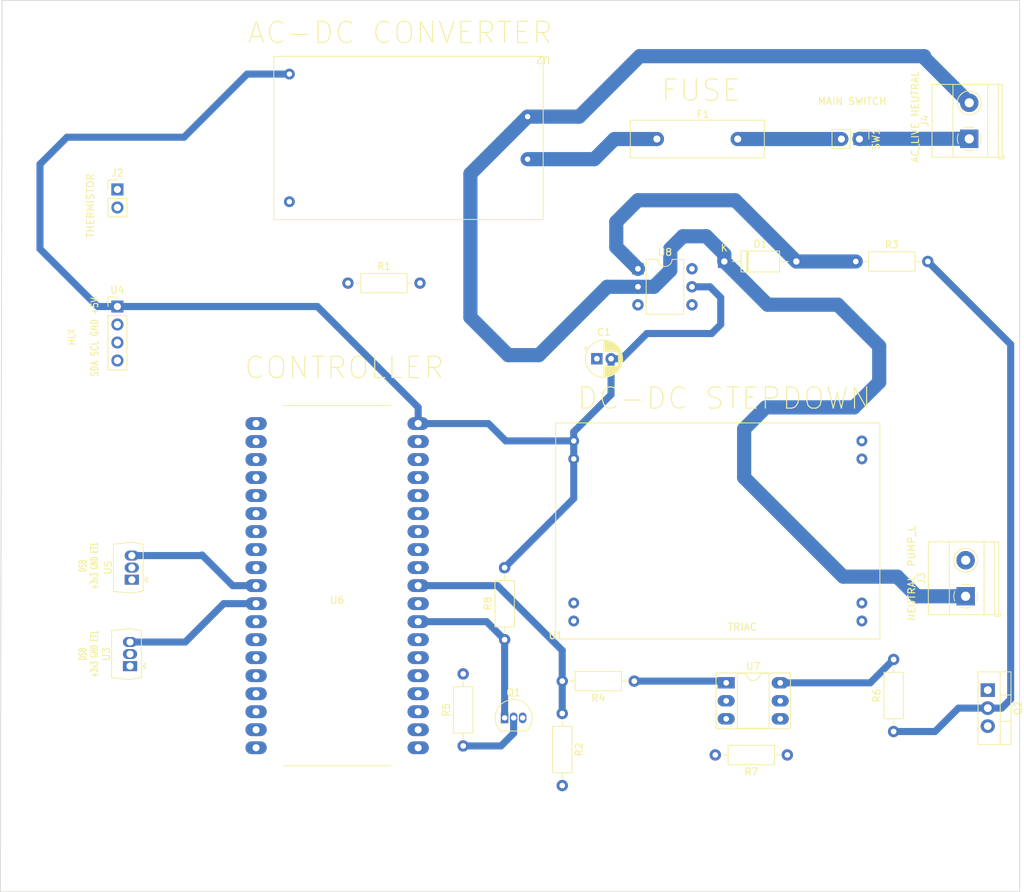
<source format=kicad_pcb>
(kicad_pcb (version 20211014) (generator pcbnew)
  (layers (0 "F.Cu" signal) (31 "B.Cu" signal) (34 "B.Paste" user) (35 "F.Paste" user) (36 "B.SilkS" user "B.Silkscreen") (37 "F.SilkS" user "F.Silkscreen") (38 "B.Mask" user) (39 "F.Mask" user) (44 "Edge.Cuts" user))
  (net 0 "")
  (net 1 "GND")
  (net 2 "+5V")
  (net 3 "NEUTRAL")
  (net 4 "Net-(D1-Pad2)")
  (net 5 "FUSEDACLIVE")
  (net 6 "Net-(F1-Pad2)")
  (net 7 "THERM")
  (net 8 "Net-(J3-Pad2)")
  (net 9 "ZERO")
  (net 10 "Net-(Q1-Pad2)")
  (net 11 "LIVE")
  (net 12 "Net-(Q2-Pad3)")
  (net 13 "+3V3")
  (net 14 "PUMP")
  (net 15 "Net-(R4-Pad1)")
  (net 16 "Net-(R6-Pad2)")
  (net 17 "ACLIVE")
  (net 18 "ET1")
  (net 19 "SCL")
  (net 20 "SDA")
  (net 21 "ET2")
  (footprint "UserLibrary:ESP32-S" (layer "F.Cu") (at 119.634 108.204)
    (fp_text reference "U6" (at 0 2.04 unlocked) (layer "F.SilkS"))
    (fp_text value "ESP32-S")
    (fp_line (start -7.62 25.4) (end 7.62 25.4) (layer "F.SilkS") (width 0.12))
    (fp_line (start -7.62 -25.4) (end 7.62 -25.4) (layer "F.SilkS") (width 0.12))
    (pad "1" thru_hole oval (at -11.43 -22.86) (size 3 1.8) (drill 1) (layers *.Cu *.Mask))
    (pad "2" thru_hole oval (at -11.43 -20.32) (size 3 1.8) (drill 1) (layers *.Cu *.Mask))
    (pad "3" thru_hole oval (at -11.43 -17.78) (size 3 1.8) (drill 1) (layers *.Cu *.Mask))
    (pad "4" thru_hole oval (at -11.43 -15.24) (size 3 1.8) (drill 1) (layers *.Cu *.Mask))
    (pad "5" thru_hole oval (at -11.43 -12.7) (size 3 1.8) (drill 1) (layers *.Cu *.Mask))
    (pad "6" thru_hole oval (at -11.43 -10.16) (size 3 1.8) (drill 1) (layers *.Cu *.Mask))
    (pad "7" thru_hole oval (at -11.43 -7.62) (size 3 1.8) (drill 1) (layers *.Cu *.Mask))
    (pad "8" thru_hole oval (at -11.43 -5.08) (size 3 1.8) (drill 1) (layers *.Cu *.Mask))
    (pad "9" thru_hole oval (at -11.43 -2.54) (size 3 1.8) (drill 1) (layers *.Cu *.Mask))
    (pad "10" thru_hole oval (at -11.43 0) (size 3 1.8) (drill 1) (layers *.Cu *.Mask) (net 21 "ET2"))
    (pad "11" thru_hole oval (at -11.43 2.54) (size 3 1.8) (drill 1) (layers *.Cu *.Mask) (net 18 "ET1"))
    (pad "12" thru_hole oval (at -11.43 5.08) (size 3 1.8) (drill 1) (layers *.Cu *.Mask))
    (pad "13" thru_hole oval (at -11.43 7.62) (size 3 1.8) (drill 1) (layers *.Cu *.Mask))
    (pad "14" thru_hole oval (at -11.43 10.16) (size 3 1.8) (drill 1) (layers *.Cu *.Mask))
    (pad "15" thru_hole oval (at -11.43 12.7) (size 3 1.8) (drill 1) (layers *.Cu *.Mask))
    (pad "16" thru_hole oval (at -11.43 15.24) (size 3 1.8) (drill 1) (layers *.Cu *.Mask))
    (pad "17" thru_hole oval (at -11.43 17.78) (size 3 1.8) (drill 1) (layers *.Cu *.Mask))
    (pad "18" thru_hole oval (at -11.43 20.32) (size 3 1.8) (drill 1) (layers *.Cu *.Mask))
    (pad "19" thru_hole oval (at -11.43 22.86) (size 3 1.8) (drill 1) (layers *.Cu *.Mask) (net 1 "GND"))
    (pad "20" thru_hole oval (at 11.43 22.86) (size 3 1.8) (drill 1) (layers *.Cu *.Mask))
    (pad "21" thru_hole oval (at 11.43 20.32) (size 3 1.8) (drill 1) (layers *.Cu *.Mask))
    (pad "22" thru_hole oval (at 11.43 17.78) (size 3 1.8) (drill 1) (layers *.Cu *.Mask))
    (pad "23" thru_hole oval (at 11.43 15.24) (size 3 1.8) (drill 1) (layers *.Cu *.Mask))
    (pad "24" thru_hole oval (at 11.43 12.7) (size 3 1.8) (drill 1) (layers *.Cu *.Mask))
    (pad "25" thru_hole oval (at 11.43 10.16) (size 3 1.8) (drill 1) (layers *.Cu *.Mask))
    (pad "26" thru_hole oval (at 11.43 7.62) (size 3 1.8) (drill 1) (layers *.Cu *.Mask))
    (pad "27" thru_hole oval (at 11.43 5.08) (size 3 1.8) (drill 1) (layers *.Cu *.Mask) (net 9 "ZERO"))
    (pad "28" thru_hole oval (at 11.43 2.54) (size 3 1.8) (drill 1) (layers *.Cu *.Mask))
    (pad "29" thru_hole oval (at 11.43 0) (size 3 1.8) (drill 1) (layers *.Cu *.Mask) (net 14 "PUMP"))
    (pad "30" thru_hole oval (at 11.43 -2.54) (size 3 1.8) (drill 1) (layers *.Cu *.Mask))
    (pad "31" thru_hole oval (at 11.43 -5.08) (size 3 1.8) (drill 1) (layers *.Cu *.Mask))
    (pad "32" thru_hole oval (at 11.43 -7.62) (size 3 1.8) (drill 1) (layers *.Cu *.Mask))
    (pad "33" thru_hole oval (at 11.43 -10.16) (size 3 1.8) (drill 1) (layers *.Cu *.Mask))
    (pad "34" thru_hole oval (at 11.43 -12.7) (size 3 1.8) (drill 1) (layers *.Cu *.Mask) (net 7 "THERM"))
    (pad "35" thru_hole oval (at 11.43 -15.24) (size 3 1.8) (drill 1) (layers *.Cu *.Mask))
    (pad "36" thru_hole oval (at 11.43 -17.78) (size 3 1.8) (drill 1) (layers *.Cu *.Mask))
    (pad "37" thru_hole oval (at 11.43 -20.32) (size 3 1.8) (drill 1) (layers *.Cu *.Mask))
    (pad "38" thru_hole oval (at 11.43 -22.86) (size 3 1.8) (drill 1) (layers *.Cu *.Mask) (net 2 "+5V"))
  )
  (footprint "Resistor_THT:R_Axial_DIN0207_L6.3mm_D2.5mm_P10.16mm_Horizontal" (layer "F.Cu") (at 137.414 130.81 90)
    (fp_text reference "R5" (at 5.08 -2.37 90) (layer "F.SilkS"))
    (fp_text value "330")
    (fp_line (start 8.35 1.37) (end 8.35 -1.37) (layer "F.SilkS") (width 0.12))
    (fp_line (start 1.81 -1.37) (end 1.81 1.37) (layer "F.SilkS") (width 0.12))
    (fp_line (start 8.35 -1.37) (end 1.81 -1.37) (layer "F.SilkS") (width 0.12))
    (fp_line (start 1.04 0) (end 1.81 0) (layer "F.SilkS") (width 0.12))
    (fp_line (start 1.81 1.37) (end 8.35 1.37) (layer "F.SilkS") (width 0.12))
    (fp_line (start 9.12 0) (end 8.35 0) (layer "F.SilkS") (width 0.12))
    (pad "1" thru_hole circle (at 0 0 90) (size 1.6 1.6) (drill 0.8) (layers *.Cu *.Mask) (net 10 "Net-(Q1-Pad2)"))
    (pad "2" thru_hole oval (at 10.16 0 90) (size 1.6 1.6) (drill 0.8) (layers *.Cu *.Mask) (net 1 "GND"))
  )
  (footprint "Package_TO_SOT_THT:TO-220-3_Vertical" (layer "F.Cu") (at 211.399 122.936 -90)
    (fp_text reference "Q2" (at 2.54 -4.27 90) (layer "F.SilkS"))
    (fp_text value "BT136-500")
    (fp_line (start -2.58 -3.27) (end -2.58 1.371) (layer "F.SilkS") (width 0.12))
    (fp_line (start -2.58 -3.27) (end 7.66 -3.27) (layer "F.SilkS") (width 0.12))
    (fp_line (start 4.391 -3.27) (end 4.391 -1.76) (layer "F.SilkS") (width 0.12))
    (fp_line (start 0.69 -3.27) (end 0.69 -1.76) (layer "F.SilkS") (width 0.12))
    (fp_line (start 7.66 -3.27) (end 7.66 1.371) (layer "F.SilkS") (width 0.12))
    (fp_line (start -2.58 -1.76) (end 7.66 -1.76) (layer "F.SilkS") (width 0.12))
    (fp_line (start -2.58 1.371) (end 7.66 1.371) (layer "F.SilkS") (width 0.12))
    (pad "1" thru_hole rect (at 0 0 270) (size 1.905 2) (drill 1.1) (layers *.Cu *.Mask) (net 8 "Net-(J3-Pad2)"))
    (pad "2" thru_hole oval (at 2.54 0 270) (size 1.905 2) (drill 1.1) (layers *.Cu *.Mask) (net 11 "LIVE"))
    (pad "3" thru_hole oval (at 5.08 0 270) (size 1.905 2) (drill 1.1) (layers *.Cu *.Mask) (net 12 "Net-(Q2-Pad3)"))
  )
  (footprint "Package_TO_SOT_THT:TO-92_Inline" (layer "F.Cu") (at 143.256 126.852)
    (fp_text reference "Q1" (at 1.27 -3.56) (layer "F.SilkS"))
    (fp_text value "BC547")
    (fp_line (start -0.53 1.85) (end 3.07 1.85) (layer "F.SilkS") (width 0.12))
    (fp_arc (start -0.568478 1.838478) (mid -1.132087 -0.994977) (end 1.27 -2.6) (layer "F.SilkS") (width 0.12))
    (fp_arc (start 1.27 -2.6) (mid 3.672087 -0.994977) (end 3.108478 1.838478) (layer "F.SilkS") (width 0.12))
    (pad "1" thru_hole rect (at 0 0) (size 1.05 1.5) (drill 0.75) (layers *.Cu *.Mask) (net 9 "ZERO"))
    (pad "2" thru_hole oval (at 1.27 0) (size 1.05 1.5) (drill 0.75) (layers *.Cu *.Mask) (net 10 "Net-(Q1-Pad2)"))
    (pad "3" thru_hole oval (at 2.54 0) (size 1.05 1.5) (drill 0.75) (layers *.Cu *.Mask) (net 1 "GND"))
  )
  (footprint "TerminalBlock_Phoenix:TerminalBlock_Phoenix_MKDS-1,5-2-5.08_1x02_P5.08mm_Horizontal" (layer "F.Cu") (at 208.788 45.183 90)
    (fp_text reference "J4" (at 2.54 -6.26 90) (layer "F.SilkS"))
    (fp_text value "~")
    (fp_line (start 4.046 1.239) (end 4.011 1.274) (layer "F.SilkS") (width 0.12))
    (fp_line (start -2.84 4.16) (end -2.84 4.9) (layer "F.SilkS") (width 0.12))
    (fp_line (start 7.68 -5.261) (end 7.68 4.66) (layer "F.SilkS") (width 0.12))
    (fp_line (start -2.6 4.66) (end 7.68 4.66) (layer "F.SilkS") (width 0.12))
    (fp_line (start -2.6 -5.261) (end 7.68 -5.261) (layer "F.SilkS") (width 0.12))
    (fp_line (start -2.6 2.6) (end 7.68 2.6) (layer "F.SilkS") (width 0.12))
    (fp_line (start -2.6 4.1) (end 7.68 4.1) (layer "F.SilkS") (width 0.12))
    (fp_line (start 6.15 -1.275) (end 6.115 -1.239) (layer "F.SilkS") (width 0.12))
    (fp_line (start -2.6 -5.261) (end -2.6 4.66) (layer "F.SilkS") (width 0.12))
    (fp_line (start -2.84 4.9) (end -2.34 4.9) (layer "F.SilkS") (width 0.12))
    (fp_line (start 6.355 -1.069) (end 6.308 -1.023) (layer "F.SilkS") (width 0.12))
    (fp_line (start -2.6 -2.301) (end 7.68 -2.301) (layer "F.SilkS") (width 0.12))
    (fp_line (start 3.853 1.023) (end 3.806 1.069) (layer "F.SilkS") (width 0.12))
    (fp_arc (start -0.683042 -1.535427) (mid 0.000524 -1.680501) (end 0.684 -1.535) (layer "F.SilkS") (width 0.12))
    (fp_arc (start -1.535427 0.683042) (mid -1.680501 -0.000524) (end -1.535 -0.684) (layer "F.SilkS") (width 0.12))
    (fp_arc (start 1.535427 -0.683042) (mid 1.680501 0.000524) (end 1.535 0.684) (layer "F.SilkS") (width 0.12))
    (fp_arc (start 0.028805 1.680253) (mid -0.335551 1.646659) (end -0.684 1.535) (layer "F.SilkS") (width 0.12))
    (fp_arc (start 0.683318 1.534756) (mid 0.349292 1.643288) (end 0 1.68) (layer "F.SilkS") (width 0.12))
    (fp_circle (center 5.08 0) (end 6.76 0) (layer "F.SilkS") (width 0.12) (fill none))
    (pad "1" thru_hole rect (at 0 0 90) (size 2.6 2.6) (drill 1.3) (layers *.Cu *.Mask) (net 17 "ACLIVE"))
    (pad "2" thru_hole circle (at 5.08 0 90) (size 2.6 2.6) (drill 1.3) (layers *.Cu *.Mask) (net 3 "NEUTRAL"))
  )
  (footprint "UserLibrary:MP1854" (layer "F.Cu") (at 150.463 115.729)
    (fp_text reference "U1" (at 0 -0.5 unlocked) (layer "F.SilkS"))
    (fp_text value "~")
    (fp_rect (start 0 0) (end 45.72 -30.48) (layer "F.SilkS") (width 0.12) (fill none))
    (pad "1" thru_hole circle (at 2.54 -27.94) (size 1.524 1.524) (drill 0.762) (layers *.Cu *.Mask) (net 2 "+5V"))
    (pad "2" thru_hole circle (at 2.54 -25.4) (size 1.524 1.524) (drill 0.762) (layers *.Cu *.Mask) (net 2 "+5V"))
    (pad "3" thru_hole circle (at 2.54 -5.08) (size 1.524 1.524) (drill 0.762) (layers *.Cu *.Mask) (net 1 "GND"))
    (pad "4" thru_hole circle (at 2.54 -2.54) (size 1.524 1.524) (drill 0.762) (layers *.Cu *.Mask) (net 1 "GND"))
    (pad "5" thru_hole circle (at 43.18 -2.54) (size 1.524 1.524) (drill 0.762) (layers *.Cu *.Mask) (net 1 "GND"))
    (pad "6" thru_hole circle (at 43.18 -5.08) (size 1.524 1.524) (drill 0.762) (layers *.Cu *.Mask) (net 1 "GND"))
    (pad "7" thru_hole circle (at 43.18 -25.4) (size 1.524 1.524) (drill 0.762) (layers *.Cu *.Mask) (net 13 "+3V3"))
    (pad "8" thru_hole circle (at 43.18 -27.94) (size 1.524 1.524) (drill 0.762) (layers *.Cu *.Mask) (net 13 "+3V3"))
  )
  (footprint "Resistor_THT:R_Axial_DIN0207_L6.3mm_D2.5mm_P10.16mm_Horizontal" (layer "F.Cu") (at 151.384 126.238 -90)
    (fp_text reference "R2" (at 5.08 -2.37 90) (layer "F.SilkS"))
    (fp_text value "330")
    (fp_line (start 1.81 1.37) (end 8.35 1.37) (layer "F.SilkS") (width 0.12))
    (fp_line (start 1.04 0) (end 1.81 0) (layer "F.SilkS") (width 0.12))
    (fp_line (start 8.35 1.37) (end 8.35 -1.37) (layer "F.SilkS") (width 0.12))
    (fp_line (start 9.12 0) (end 8.35 0) (layer "F.SilkS") (width 0.12))
    (fp_line (start 8.35 -1.37) (end 1.81 -1.37) (layer "F.SilkS") (width 0.12))
    (fp_line (start 1.81 -1.37) (end 1.81 1.37) (layer "F.SilkS") (width 0.12))
    (pad "1" thru_hole circle (at 0 0 270) (size 1.6 1.6) (drill 0.8) (layers *.Cu *.Mask) (net 14 "PUMP"))
    (pad "2" thru_hole oval (at 10.16 0 270) (size 1.6 1.6) (drill 0.8) (layers *.Cu *.Mask) (net 1 "GND"))
  )
  (footprint "Package_TO_SOT_THT:NEC_Molded_7x4x9mm" (layer "F.Cu") (at 90.424 119.556 90)
    (fp_text reference "U3" (at 1.7 -3.35 90) (layer "F.SilkS"))
    (fp_text value "DSB1820")
    (fp_line (start -0.381 2.159) (end 0.381 2.159) (layer "F.SilkS") (width 0.12))
    (fp_line (start 5.3 0) (end 5 -2.6) (layer "F.SilkS") (width 0.12))
    (fp_line (start -1.9 0) (end -1.6 1.6) (layer "F.SilkS") (width 0.12))
    (fp_line (start -1.6 1.6) (end 5 1.6) (layer "F.SilkS") (width 0.12))
    (fp_line (start 0 1.778) (end -0.381 2.159) (layer "F.SilkS") (width 0.12))
    (fp_line (start 5 1.6) (end 5.3 0) (layer "F.SilkS") (width 0.12))
    (fp_line (start 5 -2.6) (end -1.65 -2.6) (layer "F.SilkS") (width 0.12))
    (fp_line (start -1.65 -2.6) (end -1.9 0) (layer "F.SilkS") (width 0.12))
    (fp_line (start 0.381 2.159) (end 0 1.778) (layer "F.SilkS") (width 0.12))
    (pad "1" thru_hole rect (at 0 0 270) (size 1.4 2) (drill 1) (layers *.Cu *.Mask) (net 13 "+3V3"))
    (pad "2" thru_hole oval (at 1.7 0 270) (size 1.4 2) (drill 1) (layers *.Cu *.Mask) (net 1 "GND"))
    (pad "3" thru_hole oval (at 3.4 0 270) (size 1.4 2) (drill 1) (layers *.Cu *.Mask) (net 18 "ET1"))
  )
  (footprint "Package_DIP:DIP-6_W7.62mm_Socket_LongPads" (layer "F.Cu") (at 174.508 121.91)
    (fp_text reference "U7" (at 3.81 -2.33) (layer "F.SilkS"))
    (fp_text value "MOC3021M")
    (fp_line (start 9.06 -1.39) (end -1.44 -1.39) (layer "F.SilkS") (width 0.12))
    (fp_line (start 1.56 6.41) (end 6.06 6.41) (layer "F.SilkS") (width 0.12))
    (fp_line (start -1.44 -1.39) (end -1.44 6.47) (layer "F.SilkS") (width 0.12))
    (fp_line (start -1.44 6.47) (end 9.06 6.47) (layer "F.SilkS") (width 0.12))
    (fp_line (start 2.81 -1.33) (end 1.56 -1.33) (layer "F.SilkS") (width 0.12))
    (fp_line (start 1.56 -1.33) (end 1.56 6.41) (layer "F.SilkS") (width 0.12))
    (fp_line (start 6.06 -1.33) (end 4.81 -1.33) (layer "F.SilkS") (width 0.12))
    (fp_line (start 6.06 6.41) (end 6.06 -1.33) (layer "F.SilkS") (width 0.12))
    (fp_line (start 9.06 6.47) (end 9.06 -1.39) (layer "F.SilkS") (width 0.12))
    (fp_arc (start 4.81 -1.33) (mid 3.81 -0.33) (end 2.81 -1.33) (layer "F.SilkS") (width 0.12))
    (pad "1" thru_hole rect (at 0 0) (size 2.4 1.6) (drill 0.8) (layers *.Cu *.Mask) (net 15 "Net-(R4-Pad1)"))
    (pad "2" thru_hole oval (at 0 2.54) (size 2.4 1.6) (drill 0.8) (layers *.Cu *.Mask) (net 1 "GND"))
    (pad "3" thru_hole oval (at 0 5.08) (size 2.4 1.6) (drill 0.8) (layers *.Cu *.Mask))
    (pad "4" thru_hole oval (at 7.62 5.08) (size 2.4 1.6) (drill 0.8) (layers *.Cu *.Mask) (net 12 "Net-(Q2-Pad3)"))
    (pad "5" thru_hole oval (at 7.62 2.54) (size 2.4 1.6) (drill 0.8) (layers *.Cu *.Mask))
    (pad "6" thru_hole oval (at 7.62 0) (size 2.4 1.6) (drill 0.8) (layers *.Cu *.Mask) (net 16 "Net-(R6-Pad2)"))
  )
  (footprint "Resistor_THT:R_Axial_DIN0207_L6.3mm_D2.5mm_P10.16mm_Horizontal" (layer "F.Cu") (at 161.544 121.666 180)
    (fp_text reference "R4" (at 5.08 -2.37) (layer "F.SilkS"))
    (fp_text value "330")
    (fp_line (start 1.81 1.37) (end 8.35 1.37) (layer "F.SilkS") (width 0.12))
    (fp_line (start 9.12 0) (end 8.35 0) (layer "F.SilkS") (width 0.12))
    (fp_line (start 8.35 -1.37) (end 1.81 -1.37) (layer "F.SilkS") (width 0.12))
    (fp_line (start 8.35 1.37) (end 8.35 -1.37) (layer "F.SilkS") (width 0.12))
    (fp_line (start 1.81 -1.37) (end 1.81 1.37) (layer "F.SilkS") (width 0.12))
    (fp_line (start 1.04 0) (end 1.81 0) (layer "F.SilkS") (width 0.12))
    (pad "1" thru_hole circle (at 0 0 180) (size 1.6 1.6) (drill 0.8) (layers *.Cu *.Mask) (net 15 "Net-(R4-Pad1)"))
    (pad "2" thru_hole oval (at 10.16 0 180) (size 1.6 1.6) (drill 0.8) (layers *.Cu *.Mask) (net 14 "PUMP"))
  )
  (footprint "Package_TO_SOT_THT:NEC_Molded_7x4x9mm" (layer "F.Cu") (at 90.678 107.364 90)
    (fp_text reference "U5" (at 1.7 -3.35 90) (layer "F.SilkS"))
    (fp_text value "DSB18210")
    (fp_line (start 0.381 2.159) (end 0 1.778) (layer "F.SilkS") (width 0.12))
    (fp_line (start 5 1.6) (end 5.3 0) (layer "F.SilkS") (width 0.12))
    (fp_line (start -1.6 1.6) (end 5 1.6) (layer "F.SilkS") (width 0.12))
    (fp_line (start 5 -2.6) (end -1.65 -2.6) (layer "F.SilkS") (width 0.12))
    (fp_line (start 5.3 0) (end 5 -2.6) (layer "F.SilkS") (width 0.12))
    (fp_line (start -1.9 0) (end -1.6 1.6) (layer "F.SilkS") (width 0.12))
    (fp_line (start 0 1.778) (end -0.381 2.159) (layer "F.SilkS") (width 0.12))
    (fp_line (start -0.381 2.159) (end 0.381 2.159) (layer "F.SilkS") (width 0.12))
    (fp_line (start -1.65 -2.6) (end -1.9 0) (layer "F.SilkS") (width 0.12))
    (pad "1" thru_hole rect (at 0 0 270) (size 1.4 2) (drill 1) (layers *.Cu *.Mask) (net 13 "+3V3"))
    (pad "2" thru_hole oval (at 1.7 0 270) (size 1.4 2) (drill 1) (layers *.Cu *.Mask) (net 1 "GND"))
    (pad "3" thru_hole oval (at 3.4 0 270) (size 1.4 2) (drill 1) (layers *.Cu *.Mask) (net 21 "ET2"))
  )
  (footprint "Connector_PinHeader_2.54mm:PinHeader_1x04_P2.54mm_Vertical" (layer "F.Cu") (at 88.646 68.834)
    (fp_text reference "U4" (at 0 -2.33) (layer "F.SilkS"))
    (fp_text value "MLX90614-ESF")
    (fp_line (start -1.33 1.27) (end -1.33 8.95) (layer "F.SilkS") (width 0.12))
    (fp_line (start -1.33 0) (end -1.33 -1.33) (layer "F.SilkS") (width 0.12))
    (fp_line (start -1.33 1.27) (end 1.33 1.27) (layer "F.SilkS") (width 0.12))
    (fp_line (start -1.33 8.95) (end 1.33 8.95) (layer "F.SilkS") (width 0.12))
    (fp_line (start 1.33 1.27) (end 1.33 8.95) (layer "F.SilkS") (width 0.12))
    (fp_line (start -1.33 -1.33) (end 0 -1.33) (layer "F.SilkS") (width 0.12))
    (pad "1" thru_hole rect (at 0 0) (size 1.7 1.7) (drill 1) (layers *.Cu *.Mask) (net 2 "+5V"))
    (pad "2" thru_hole oval (at 0 2.54) (size 1.7 1.7) (drill 1) (layers *.Cu *.Mask) (net 1 "GND"))
    (pad "3" thru_hole oval (at 0 5.08) (size 1.7 1.7) (drill 1) (layers *.Cu *.Mask) (net 19 "SCL"))
    (pad "4" thru_hole oval (at 0 7.62) (size 1.7 1.7) (drill 1) (layers *.Cu *.Mask) (net 20 "SDA"))
  )
  (footprint "Connector_PinHeader_2.54mm:PinHeader_1x02_P2.54mm_Vertical" (layer "F.Cu") (at 88.646 52.324)
    (fp_text reference "J2" (at 0 -2.33) (layer "F.SilkS"))
    (fp_text value "Conn_01x02_Female")
    (fp_line (start -1.33 0) (end -1.33 -1.33) (layer "F.SilkS") (width 0.12))
    (fp_line (start -1.33 -1.33) (end 0 -1.33) (layer "F.SilkS") (width 0.12))
    (fp_line (start -1.33 1.27) (end 1.33 1.27) (layer "F.SilkS") (width 0.12))
    (fp_line (start -1.33 3.87) (end 1.33 3.87) (layer "F.SilkS") (width 0.12))
    (fp_line (start 1.33 1.27) (end 1.33 3.87) (layer "F.SilkS") (width 0.12))
    (fp_line (start -1.33 1.27) (end -1.33 3.87) (layer "F.SilkS") (width 0.12))
    (pad "1" thru_hole rect (at 0 0) (size 1.7 1.7) (drill 1) (layers *.Cu *.Mask) (net 7 "THERM"))
    (pad "2" thru_hole oval (at 0 2.54) (size 1.7 1.7) (drill 1) (layers *.Cu *.Mask) (net 1 "GND"))
  )
  (footprint "Resistor_THT:R_Axial_DIN0207_L6.3mm_D2.5mm_P10.16mm_Horizontal" (layer "F.Cu") (at 192.786 62.484)
    (fp_text reference "R3" (at 5.08 -2.37) (layer "F.SilkS"))
    (fp_text value "330")
    (fp_line (start 9.12 0) (end 8.35 0) (layer "F.SilkS") (width 0.12))
    (fp_line (start 8.35 -1.37) (end 1.81 -1.37) (layer "F.SilkS") (width 0.12))
    (fp_line (start 1.81 1.37) (end 8.35 1.37) (layer "F.SilkS") (width 0.12))
    (fp_line (start 1.04 0) (end 1.81 0) (layer "F.SilkS") (width 0.12))
    (fp_line (start 8.35 1.37) (end 8.35 -1.37) (layer "F.SilkS") (width 0.12))
    (fp_line (start 1.81 -1.37) (end 1.81 1.37) (layer "F.SilkS") (width 0.12))
    (pad "1" thru_hole circle (at 0 0) (size 1.6 1.6) (drill 0.8) (layers *.Cu *.Mask) (net 4 "Net-(D1-Pad2)"))
    (pad "2" thru_hole oval (at 10.16 0) (size 1.6 1.6) (drill 0.8) (layers *.Cu *.Mask) (net 11 "LIVE"))
  )
  (footprint "Package_DIP:DIP-6_W7.62mm" (layer "F.Cu") (at 162.062 63.515)
    (fp_text reference "U8" (at 3.81 -2.33) (layer "F.SilkS"))
    (fp_text value "4N35")
    (fp_line (start 1.16 6.41) (end 6.46 6.41) (layer "F.SilkS") (width 0.12))
    (fp_line (start 6.46 -1.33) (end 4.81 -1.33) (layer "F.SilkS") (width 0.12))
    (fp_line (start 6.46 6.41) (end 6.46 -1.33) (layer "F.SilkS") (width 0.12))
    (fp_line (start 1.16 -1.33) (end 1.16 6.41) (layer "F.SilkS") (width 0.12))
    (fp_line (start 2.81 -1.33) (end 1.16 -1.33) (layer "F.SilkS") (width 0.12))
    (fp_arc (start 4.81 -1.33) (mid 3.81 -0.33) (end 2.81 -1.33) (layer "F.SilkS") (width 0.12))
    (pad "1" thru_hole rect (at 0 0) (size 1.6 1.6) (drill 0.8) (layers *.Cu *.Mask) (net 4 "Net-(D1-Pad2)"))
    (pad "2" thru_hole oval (at 0 2.54) (size 1.6 1.6) (drill 0.8) (layers *.Cu *.Mask) (net 3 "NEUTRAL"))
    (pad "3" thru_hole oval (at 0 5.08) (size 1.6 1.6) (drill 0.8) (layers *.Cu *.Mask))
    (pad "4" thru_hole oval (at 7.62 5.08) (size 1.6 1.6) (drill 0.8) (layers *.Cu *.Mask) (net 10 "Net-(Q1-Pad2)"))
    (pad "5" thru_hole oval (at 7.62 2.54) (size 1.6 1.6) (drill 0.8) (layers *.Cu *.Mask) (net 2 "+5V"))
    (pad "6" thru_hole oval (at 7.62 0) (size 1.6 1.6) (drill 0.8) (layers *.Cu *.Mask))
  )
  (footprint "Capacitor_THT:CP_Radial_D5.0mm_P2.00mm" (layer "F.Cu") (at 156.270888 76.2)
    (fp_text reference "C1" (at 1 -3.75) (layer "F.SilkS"))
    (fp_text value "C_Small")
    (fp_line (start 1.721 1.04) (end 1.721 2.48) (layer "F.SilkS") (width 0.12))
    (fp_line (start 2.361 1.04) (end 2.361 2.2) (layer "F.SilkS") (width 0.12))
    (fp_line (start 1.52 -2.528) (end 1.52 -1.04) (layer "F.SilkS") (width 0.12))
    (fp_line (start 2.601 1.04) (end 2.601 2.035) (layer "F.SilkS") (width 0.12))
    (fp_line (start 1.52 1.04) (end 1.52 2.528) (layer "F.SilkS") (width 0.12))
    (fp_line (start 1.56 1.04) (end 1.56 2.52) (layer "F.SilkS") (width 0.12))
    (fp_line (start 2.721 1.04) (end 2.721 1.937) (layer "F.SilkS") (width 0.12))
    (fp_line (start 3.161 -1.443) (end 3.161 1.443) (layer "F.SilkS") (width 0.12))
    (fp_line (start 1.56 -2.52) (end 1.56 -1.04) (layer "F.SilkS") (width 0.12))
    (fp_line (start 1.2 1.04) (end 1.2 2.573) (layer "F.SilkS") (width 0.12))
    (fp_line (start 1.36 1.04) (end 1.36 2.556) (layer "F.SilkS") (width 0.12))
    (fp_line (start 2.081 -2.348) (end 2.081 -1.04) (layer "F.SilkS") (width 0.12))
    (fp_line (start 3.241 -1.319) (end 3.241 1.319) (layer "F.SilkS") (width 0.12))
    (fp_line (start 1.32 -2.561) (end 1.32 -1.04) (layer "F.SilkS") (width 0.12))
    (fp_line (start 2.561 1.04) (end 2.561 2.065) (layer "F.SilkS") (width 0.12))
    (fp_line (start 1.4 1.04) (end 1.4 2.55) (layer "F.SilkS") (width 0.12))
    (fp_line (start 2.601 -2.035) (end 2.601 -1.04) (layer "F.SilkS") (width 0.12))
    (fp_line (start 2.481 1.04) (end 2.481 2.122) (layer "F.SilkS") (width 0.12))
    (fp_line (start 2.801 -1.864) (end 2.801 -1.04) (layer "F.SilkS") (width 0.12))
    (fp_line (start 2.321 1.04) (end 2.321 2.224) (layer "F.SilkS") (width 0.12))
    (fp_line (start 2.881 -1.785) (end 2.881 -1.04) (layer "F.SilkS") (width 0.12))
    (fp_line (start 2.841 1.04) (end 2.841 1.826) (layer "F.SilkS") (width 0.12))
    (fp_line (start 2.761 -1.901) (end 2.761 -1.04) (layer "F.SilkS") (width 0.12))
    (fp_line (start 2.361 -2.2) (end 2.361 -1.04) (layer "F.SilkS") (width 0.12))
    (fp_line (start 3.201 -1.383) (end 3.201 1.383) (layer "F.SilkS") (width 0.12))
    (fp_line (start 1.28 -2.565) (end 1.28 -1.04) (layer "F.SilkS") (width 0.12))
    (fp_line (start 1.921 1.04) (end 1.921 2.414) (layer "F.SilkS") (width 0.12))
    (fp_line (start -1.804775 -1.475) (end -1.304775 -1.475) (layer "F.SilkS") (width 0.12))
    (fp_line (start 2.201 -2.29) (end 2.201 -1.04) (layer "F.SilkS") (width 0.12))
    (fp_line (start 3.601 -0.284) (end 3.601 0.284) (layer "F.SilkS") (width 0.12))
    (fp_line (start 2.201 1.04) (end 2.201 2.29) (layer "F.SilkS") (width 0.12))
    (fp_line (start 3.001 -1.653) (end 3.001 -1.04) (layer "F.SilkS") (width 0.12))
    (fp_line (start 1.721 -2.48) (end 1.721 -1.04) (layer "F.SilkS") (width 0.12))
    (fp_line (start 1.12 1.04) (end 1.12 2.578) (layer "F.SilkS") (width 0.12))
    (fp_line (start 2.041 1.04) (end 2.041 2.365) (layer "F.SilkS") (width 0.12))
    (fp_line (start 1.6 1.04) (end 1.6 2.511) (layer "F.SilkS") (width 0.12))
    (fp_line (start 2.921 -1.743) (end 2.921 -1.04) (layer "F.SilkS") (width 0.12))
    (fp_line (start 3.441 -0.915) (end 3.441 0.915) (layer "F.SilkS") (width 0.12))
    (fp_line (start 1.48 1.04) (end 1.48 2.536) (layer "F.SilkS") (width 0.12))
    (fp_line (start 1.881 1.04) (end 1.881 2.428) (layer "F.SilkS") (width 0.12))
    (fp_line (start 1 -2.58) (end 1 -1.04) (layer "F.SilkS") (width 0.12))
    (fp_line (start 2.001 1.04) (end 2.001 2.382) (layer "F.SilkS") (width 0.12))
    (fp_line (start 3.281 -1.251) (end 3.281 1.251) (layer "F.SilkS") (width 0.12))
    (fp_line (start 3.401 -1.011) (end 3.401 1.011) (layer "F.SilkS") (width 0.12))
    (fp_line (start 2.441 -2.149) (end 2.441 -1.04) (layer "F.SilkS") (width 0.12))
    (fp_line (start 2.081 1.04) (end 2.081 2.348) (layer "F.SilkS") (width 0.12))
    (fp_line (start 2.441 1.04) (end 2.441 2.149) (layer "F.SilkS") (width 0.12))
    (fp_line (start 2.841 -1.826) (end 2.841 -1.04) (layer "F.SilkS") (width 0.12))
    (fp_line (start 2.161 1.04) (end 2.161 2.31) (layer "F.SilkS") (width 0.12))
    (fp_line (start 3.481 -0.805) (end 3.481 0.805) (layer "F.SilkS") (width 0.12))
    (fp_line (start 3.121 -1.5) (end 3.121 1.5) (layer "F.SilkS") (width 0.12))
    (fp_line (start 1.16 1.04) (end 1.16 2.576) (layer "F.SilkS") (width 0.12))
    (fp_line (start 3.081 -1.554) (end 3.081 1.554) (layer "F.SilkS") (width 0.12))
    (fp_line (start 1.841 -2.442) (end 1.841 -1.04) (layer "F.SilkS") (width 0.12))
    (fp_line (start 2.001 -2.382) (end 2.001 -1.04) (layer "F.SilkS") (width 0.12))
    (fp_line (start 1.24 -2.569) (end 1.24 -1.04) (layer "F.SilkS") (width 0.12))
    (fp_line (start 1.44 1.04) (end 1.44 2.543) (layer "F.SilkS") (width 0.12))
    (fp_line (start 1.44 -2.543) (end 1.44 -1.04) (layer "F.SilkS") (width 0.12))
    (fp_line (start 1.761 1.04) (end 1.761 2.468) (layer "F.SilkS") (width 0.12))
    (fp_line (start 2.241 1.04) (end 2.241 2.268) (layer "F.SilkS") (width 0.12))
    (fp_line (start 1.841 1.04) (end 1.841 2.442) (layer "F.SilkS") (width 0.12))
    (fp_line (start 1.08 -2.579) (end 1.08 -1.04) (layer "F.SilkS") (width 0.12))
    (fp_line (start 3.041 -1.605) (end 3.041 1.605) (layer "F.SilkS") (width 0.12))
    (fp_line (start 1.28 1.04) (end 1.28 2.565) (layer "F.SilkS") (width 0.12))
    (fp_line (start 1.6 -2.511) (end 1.6 -1.04) (layer "F.SilkS") (width 0.12))
    (fp_line (start 1.761 -2.468) (end 1.761 -1.04) (layer "F.SilkS") (width 0.12))
    (fp_line (start 2.521 1.04) (end 2.521 2.095) (layer "F.SilkS") (width 0.12))
    (fp_line (start 2.281 -2.247) (end 2.281 -1.04) (layer "F.SilkS") (width 0.12))
    (fp_line (start 3.321 -1.178) (end 3.321 1.178) (layer "F.SilkS") (width 0.12))
    (fp_line (start 2.801 1.04) (end 2.801 1.864) (layer "F.SilkS") (width 0.12))
    (fp_line (start 1.801 1.04) (end 1.801 2.455) (layer "F.SilkS") (width 0.12))
    (fp_line (start 1.801 -2.455) (end 1.801 -1.04) (layer "F.SilkS") (width 0.12))
    (fp_line (start 2.881 1.04) (end 2.881 1.785) (layer "F.SilkS") (width 0.12))
    (fp_line (start 1.68 1.04) (end 1.68 2.491) (layer "F.SilkS") (width 0.12))
    (fp_line (start 2.401 1.04) (end 2.401 2.175) (layer "F.SilkS") (width 0.12))
    (fp_line (start 1.32 1.04) (end 1.32 2.561) (layer "F.SilkS") (width 0.12))
    (fp_line (start 2.641 -2.004) (end 2.641 -1.04) (layer "F.SilkS") (width 0.12))
    (fp_line (start 1.04 1.04) (end 1.04 2.58) (layer "F.SilkS") (width 0.12))
    (fp_line (start 3.561 -0.518) (end 3.561 0.518) (layer "F.SilkS") (width 0.12))
    (fp_line (start 2.961 1.04) (end 2.961 1.699) (layer "F.SilkS") (width 0.12))
    (fp_line (start 1.64 -2.501) (end 1.64 -1.04) (layer "F.SilkS") (width 0.12))
    (fp_line (start 1.961 -2.398) (end 1.961 -1.04) (layer "F.SilkS") (width 0.12))
    (fp_line (start 1.16 -2.576) (end 1.16 -1.04) (layer "F.SilkS") (width 0.12))
    (fp_line (start 2.761 1.04) (end 2.761 1.901) (layer "F.SilkS") (width 0.12))
    (fp_line (start 2.281 1.04) (end 2.281 2.247) (layer "F.SilkS") (width 0.12))
    (fp_line (start 2.561 -2.065) (end 2.561 -1.04) (layer "F.SilkS") (width 0.12))
    (fp_line (start 2.681 -1.971) (end 2.681 -1.04) (layer "F.SilkS") (width 0.12))
    (fp_line (start 2.121 1.04) (end 2.121 2.329) (layer "F.SilkS") (width 0.12))
    (fp_line (start 1.36 -2.556) (end 1.36 -1.04) (layer "F.SilkS") (width 0.12))
    (fp_line (start 1.4 -2.55) (end 1.4 -1.04) (layer "F.SilkS") (width 0.12))
    (fp_line (start 2.641 1.04) (end 2.641 2.004) (layer "F.SilkS") (width 0.12))
    (fp_line (start 1.921 -2.414) (end 1.921 -1.04) (layer "F.SilkS") (width 0.12))
    (fp_line (start 2.681 1.04) (end 2.681 1.971) (layer "F.SilkS") (width 0.12))
    (fp_line (start 1.881 -2.428) (end 1.881 -1.04) (layer "F.SilkS") (width 0.12))
    (fp_line (start 1.04 -2.58) (end 1.04 -1.04) (layer "F.SilkS") (width 0.12))
    (fp_line (start 1.2 -2.573) (end 1.2 -1.04) (layer "F.SilkS") (width 0.12))
    (fp_line (start 1.961 1.04) (end 1.961 2.398) (layer "F.SilkS") (width 0.12))
    (fp_line (start 2.481 -2.122) (end 2.481 -1.04) (layer "F.SilkS") (width 0.12))
    (fp_line (start 1.12 -2.578) (end 1.12 -1.04) (layer "F.SilkS") (width 0.12))
    (fp_line (start 2.041 -2.365) (end 2.041 -1.04) (layer "F.SilkS") (width 0.12))
    (fp_line (start 2.721 -1.937) (end 2.721 -1.04) (layer "F.SilkS") (width 0.12))
    (fp_line (start 2.921 1.04) (end 2.921 1.743) (layer "F.SilkS") (width 0.12))
    (fp_line (start 2.961 -1.699) (end 2.961 -1.04) (layer "F.SilkS") (width 0.12))
    (fp_line (start 1.64 1.04) (end 1.64 2.501) (layer "F.SilkS") (width 0.12))
    (fp_line (start 2.121 -2.329) (end 2.121 -1.04) (layer "F.SilkS") (width 0.12))
    (fp_line (start 2.401 -2.175) (end 2.401 -1.04) (layer "F.SilkS") (width 0.12))
    (fp_line (start 1.48 -2.536) (end 1.48 -1.04) (layer "F.SilkS") (width 0.12))
    (fp_line (start -1.554775 -1.725) (end -1.554775 -1.225) (layer "F.SilkS") (width 0.12))
    (fp_line (start 1.08 1.04) (end 1.08 2.579) (layer "F.SilkS") (width 0.12))
    (fp_line (start 1.24 1.04) (end 1.24 2.569) (layer "F.SilkS") (width 0.12))
    (fp_line (start 3.361 -1.098) (end 3.361 1.098) (layer "F.SilkS") (width 0.12))
    (fp_line (start 2.241 -2.268) (end 2.241 -1.04) (layer "F.SilkS") (width 0.12))
    (fp_line (start 2.521 -2.095) (end 2.521 -1.04) (layer "F.SilkS") (width 0.12))
    (fp_line (start 1.68 -2.491) (end 1.68 -1.04) (layer "F.SilkS") (width 0.12))
    (fp_line (start 3.521 -0.677) (end 3.521 0.677) (layer "F.SilkS") (width 0.12))
    (fp_line (start 2.321 -2.224) (end 2.321 -1.04) (layer "F.SilkS") (width 0.12))
    (fp_line (start 3.001 1.04) (end 3.001 1.653) (layer "F.SilkS") (width 0.12))
    (fp_line (start 1 1.04) (end 1 2.58) (layer "F.SilkS") (width 0.12))
    (fp_line (start 2.161 -2.31) (end 2.161 -1.04) (layer "F.SilkS") (width 0.12))
    (fp_circle (center 1 0) (end 3.62 0) (layer "F.SilkS") (width 0.12) (fill none))
    (pad "1" thru_hole rect (at 0 0) (size 1.6 1.6) (drill 0.8) (layers *.Cu *.Mask) (net 1 "GND"))
    (pad "2" thru_hole circle (at 2 0) (size 1.6 1.6) (drill 0.8) (layers *.Cu *.Mask) (net 2 "+5V"))
  )
  (footprint "Diode_THT:D_A-405_P10.16mm_Horizontal" (layer "F.Cu") (at 174.244 62.484)
    (fp_text reference "D1" (at 5.08 -2.47) (layer "F.SilkS"))
    (fp_text value "1N4007")
    (fp_text user "K" (at 0 -1.9) (layer "F.SilkS"))
    (fp_line (start 7.8 -1.47) (end 2.36 -1.47) (layer "F.SilkS") (width 0.12))
    (fp_line (start 2.36 -1.47) (end 2.36 1.47) (layer "F.SilkS") (width 0.12))
    (fp_line (start 3.38 -1.47) (end 3.38 1.47) (layer "F.SilkS") (width 0.12))
    (fp_line (start 3.14 -1.47) (end 3.14 1.47) (layer "F.SilkS") (width 0.12))
    (fp_line (start 3.26 -1.47) (end 3.26 1.47) (layer "F.SilkS") (width 0.12))
    (fp_line (start 1.14 0) (end 2.36 0) (layer "F.SilkS") (width 0.12))
    (fp_line (start 7.8 1.47) (end 7.8 -1.47) (layer "F.SilkS") (width 0.12))
    (fp_line (start 2.36 1.47) (end 7.8 1.47) (layer "F.SilkS") (width 0.12))
    (fp_line (start 9.02 0) (end 7.8 0) (layer "F.SilkS") (width 0.12))
    (pad "1" thru_hole rect (at 0 0) (size 1.8 1.8) (drill 0.9) (layers *.Cu *.Mask) (net 3 "NEUTRAL"))
    (pad "2" thru_hole oval (at 10.16 0) (size 1.8 1.8) (drill 0.9) (layers *.Cu *.Mask) (net 4 "Net-(D1-Pad2)"))
  )
  (footprint "Resistor_THT:R_Axial_DIN0207_L6.3mm_D2.5mm_P10.16mm_Horizontal" (layer "F.Cu") (at 198.12 128.778 90)
    (fp_text reference "R6" (at 5.08 -2.37 90) (layer "F.SilkS"))
    (fp_text value "180")
    (fp_line (start 9.12 0) (end 8.35 0) (layer "F.SilkS") (width 0.12))
    (fp_line (start 1.81 1.37) (end 8.35 1.37) (layer "F.SilkS") (width 0.12))
    (fp_line (start 8.35 1.37) (end 8.35 -1.37) (layer "F.SilkS") (width 0.12))
    (fp_line (start 1.81 -1.37) (end 1.81 1.37) (layer "F.SilkS") (width 0.12))
    (fp_line (start 8.35 -1.37) (end 1.81 -1.37) (layer "F.SilkS") (width 0.12))
    (fp_line (start 1.04 0) (end 1.81 0) (layer "F.SilkS") (width 0.12))
    (pad "1" thru_hole circle (at 0 0 90) (size 1.6 1.6) (drill 0.8) (layers *.Cu *.Mask) (net 11 "LIVE"))
    (pad "2" thru_hole oval (at 10.16 0 90) (size 1.6 1.6) (drill 0.8) (layers *.Cu *.Mask) (net 16 "Net-(R6-Pad2)"))
  )
  (footprint "Resistor_THT:R_Axial_DIN0207_L6.3mm_D2.5mm_P10.16mm_Horizontal" (layer "F.Cu") (at 143.256 115.824 90)
    (fp_text reference "R8" (at 5.08 -2.37 90) (layer "F.SilkS"))
    (fp_text value "330")
    (fp_line (start 9.12 0) (end 8.35 0) (layer "F.SilkS") (width 0.12))
    (fp_line (start 8.35 1.37) (end 8.35 -1.37) (layer "F.SilkS") (width 0.12))
    (fp_line (start 1.81 1.37) (end 8.35 1.37) (layer "F.SilkS") (width 0.12))
    (fp_line (start 1.81 -1.37) (end 1.81 1.37) (layer "F.SilkS") (width 0.12))
    (fp_line (start 1.04 0) (end 1.81 0) (layer "F.SilkS") (width 0.12))
    (fp_line (start 8.35 -1.37) (end 1.81 -1.37) (layer "F.SilkS") (width 0.12))
    (pad "1" thru_hole circle (at 0 0 90) (size 1.6 1.6) (drill 0.8) (layers *.Cu *.Mask) (net 9 "ZERO"))
    (pad "2" thru_hole oval (at 10.16 0 90) (size 1.6 1.6) (drill 0.8) (layers *.Cu *.Mask) (net 2 "+5V"))
  )
  (footprint "Fuse:Fuse_Littelfuse-LVR100" (layer "F.Cu") (at 164.734 45.212)
    (fp_text reference "F1" (at 6.5 -3.5) (layer "F.SilkS"))
    (fp_text value "5A")
    (fp_line (start -3.75 -2.65) (end -3.75 2.65) (layer "F.SilkS") (width 0.12))
    (fp_line (start -3.75 -2.65) (end 15.15 -2.65) (layer "F.SilkS") (width 0.12))
    (fp_line (start 15.15 2.65) (end 15.15 -2.65) (layer "F.SilkS") (width 0.12))
    (fp_line (start 15.15 2.65) (end -3.75 2.65) (layer "F.SilkS") (width 0.12))
    (pad "1" thru_hole circle (at 0 0) (size 2 2) (drill 1) (layers *.Cu *.Mask) (net 5 "FUSEDACLIVE"))
    (pad "2" thru_hole circle (at 11.4 0) (size 2 2) (drill 1) (layers *.Cu *.Mask) (net 6 "Net-(F1-Pad2)"))
  )
  (footprint "Resistor_THT:R_Axial_DIN0207_L6.3mm_D2.5mm_P10.16mm_Horizontal" (layer "F.Cu") (at 121.158 65.532)
    (fp_text reference "R1" (at 5.08 -2.37) (layer "F.SilkS"))
    (fp_text value "100K")
    (fp_line (start 8.35 1.37) (end 8.35 -1.37) (layer "F.SilkS") (width 0.12))
    (fp_line (start 9.12 0) (end 8.35 0) (layer "F.SilkS") (width 0.12))
    (fp_line (start 8.35 -1.37) (end 1.81 -1.37) (layer "F.SilkS") (width 0.12))
    (fp_line (start 1.81 1.37) (end 8.35 1.37) (layer "F.SilkS") (width 0.12))
    (fp_line (start 1.04 0) (end 1.81 0) (layer "F.SilkS") (width 0.12))
    (fp_line (start 1.81 -1.37) (end 1.81 1.37) (layer "F.SilkS") (width 0.12))
    (pad "1" thru_hole circle (at 0 0) (size 1.6 1.6) (drill 0.8) (layers *.Cu *.Mask) (net 13 "+3V3"))
    (pad "2" thru_hole oval (at 10.16 0) (size 1.6 1.6) (drill 0.8) (layers *.Cu *.Mask) (net 7 "THERM"))
  )
  (footprint "Connector_PinHeader_2.54mm:PinHeader_1x02_P2.54mm_Vertical" (layer "F.Cu") (at 193.299 45.212 -90)
    (fp_text reference "SW1" (at 0 -2.33 90) (layer "F.SilkS"))
    (fp_text value "SW_SPST")
    (fp_line (start 1.33 1.27) (end 1.33 3.87) (layer "F.SilkS") (width 0.12))
    (fp_line (start -1.33 0) (end -1.33 -1.33) (layer "F.SilkS") (width 0.12))
    (fp_line (start -1.33 1.27) (end -1.33 3.87) (layer "F.SilkS") (width 0.12))
    (fp_line (start -1.33 1.27) (end 1.33 1.27) (layer "F.SilkS") (width 0.12))
    (fp_line (start -1.33 3.87) (end 1.33 3.87) (layer "F.SilkS") (width 0.12))
    (fp_line (start -1.33 -1.33) (end 0 -1.33) (layer "F.SilkS") (width 0.12))
    (pad "1" thru_hole rect (at 0 0 270) (size 1.7 1.7) (drill 1) (layers *.Cu *.Mask) (net 17 "ACLIVE"))
    (pad "2" thru_hole oval (at 0 2.54 270) (size 1.7 1.7) (drill 1) (layers *.Cu *.Mask) (net 6 "Net-(F1-Pad2)"))
  )
  (footprint "UserLibrary:AC_DC" (layer "F.Cu") (at 148.699 33.553 180)
    (fp_text reference "U2" (at 0 -0.5 180 unlocked) (layer "F.SilkS"))
    (fp_text value "AC-DC")
    (fp_line (start 38 0) (end 0 0) (layer "F.SilkS") (width 0.12))
    (fp_line (start 38 -23) (end 38 0) (layer "F.SilkS") (width 0.12))
    (fp_line (start 0 -23) (end 38 -23) (layer "F.SilkS") (width 0.12))
    (fp_line (start 0 0) (end 0 -23) (layer "F.SilkS") (width 0.12))
    (pad "1" thru_hole circle (at 2.2 -14.5 180) (size 1.524 1.524) (drill 0.762) (layers *.Cu *.Mask) (net 5 "FUSEDACLIVE"))
    (pad "2" thru_hole circle (at 2.2 -8.5 180) (size 1.524 1.524) (drill 0.762) (layers *.Cu *.Mask) (net 3 "NEUTRAL"))
    (pad "3" thru_hole circle (at 35.8 -2.5 180) (size 1.524 1.524) (drill 0.762) (layers *.Cu *.Mask) (net 2 "+5V"))
    (pad "4" thru_hole circle (at 35.8 -20.5 180) (size 1.524 1.524) (drill 0.762) (layers *.Cu *.Mask) (net 1 "GND"))
  )
  (footprint "TerminalBlock_Phoenix:TerminalBlock_Phoenix_MKDS-1,5-2-5.08_1x02_P5.08mm_Horizontal" (layer "F.Cu") (at 208.28 109.699 90)
    (fp_text reference "J3" (at 2.54 -6.26 90) (layer "F.SilkS"))
    (fp_text value "Screw_Terminal_01x02")
    (fp_line (start 6.15 -1.275) (end 6.115 -1.239) (layer "F.SilkS") (width 0.12))
    (fp_line (start 3.853 1.023) (end 3.806 1.069) (layer "F.SilkS") (width 0.12))
    (fp_line (start -2.6 -5.261) (end -2.6 4.66) (layer "F.SilkS") (width 0.12))
    (fp_line (start -2.6 2.6) (end 7.68 2.6) (layer "F.SilkS") (width 0.12))
    (fp_line (start -2.6 -5.261) (end 7.68 -5.261) (layer "F.SilkS") (width 0.12))
    (fp_line (start -2.84 4.9) (end -2.34 4.9) (layer "F.SilkS") (width 0.12))
    (fp_line (start 6.355 -1.069) (end 6.308 -1.023) (layer "F.SilkS") (width 0.12))
    (fp_line (start -2.6 -2.301) (end 7.68 -2.301) (layer "F.SilkS") (width 0.12))
    (fp_line (start -2.84 4.16) (end -2.84 4.9) (layer "F.SilkS") (width 0.12))
    (fp_line (start 4.046 1.239) (end 4.011 1.274) (layer "F.SilkS") (width 0.12))
    (fp_line (start -2.6 4.1) (end 7.68 4.1) (layer "F.SilkS") (width 0.12))
    (fp_line (start -2.6 4.66) (end 7.68 4.66) (layer "F.SilkS") (width 0.12))
    (fp_line (start 7.68 -5.261) (end 7.68 4.66) (layer "F.SilkS") (width 0.12))
    (fp_arc (start 0.683318 1.534756) (mid 0.349292 1.643288) (end 0 1.68) (layer "F.SilkS") (width 0.12))
    (fp_arc (start -1.535427 0.683042) (mid -1.680501 -0.000524) (end -1.535 -0.684) (layer "F.SilkS") (width 0.12))
    (fp_arc (start -0.683042 -1.535427) (mid 0.000524 -1.680501) (end 0.684 -1.535) (layer "F.SilkS") (width 0.12))
    (fp_arc (start 0.028805 1.680253) (mid -0.335551 1.646659) (end -0.684 1.535) (layer "F.SilkS") (width 0.12))
    (fp_arc (start 1.535427 -0.683042) (mid 1.680501 0.000524) (end 1.535 0.684) (layer "F.SilkS") (width 0.12))
    (fp_circle (center 5.08 0) (end 6.76 0) (layer "F.SilkS") (width 0.12) (fill none))
    (pad "1" thru_hole rect (at 0 0 90) (size 2.6 2.6) (drill 1.3) (layers *.Cu *.Mask) (net 3 "NEUTRAL"))
    (pad "2" thru_hole circle (at 5.08 0 90) (size 2.6 2.6) (drill 1.3) (layers *.Cu *.Mask) (net 8 "Net-(J3-Pad2)"))
  )
  (footprint "Resistor_THT:R_Axial_DIN0207_L6.3mm_D2.5mm_P10.16mm_Horizontal" (layer "F.Cu") (at 183.134 132.08 180)
    (fp_text reference "R7" (at 5.08 -2.37) (layer "F.SilkS"))
    (fp_text value "330")
    (fp_line (start 1.04 0) (end 1.81 0) (layer "F.SilkS") (width 0.12))
    (fp_line (start 8.35 1.37) (end 8.35 -1.37) (layer "F.SilkS") (width 0.12))
    (fp_line (start 1.81 1.37) (end 8.35 1.37) (layer "F.SilkS") (width 0.12))
    (fp_line (start 1.81 -1.37) (end 1.81 1.37) (layer "F.SilkS") (width 0.12))
    (fp_line (start 8.35 -1.37) (end 1.81 -1.37) (layer "F.SilkS") (width 0.12))
    (fp_line (start 9.12 0) (end 8.35 0) (layer "F.SilkS") (width 0.12))
    (pad "1" thru_hole circle (at 0 0 180) (size 1.6 1.6) (drill 0.8) (layers *.Cu *.Mask) (net 12 "Net-(Q2-Pad3)"))
    (pad "2" thru_hole oval (at 10.16 0 180) (size 1.6 1.6) (drill 0.8) (layers *.Cu *.Mask) (net 1 "GND"))
  )
  (gr_line (start 215.9 25.654) (end 215.9 151.384) (layer "Edge.Cuts") (width 0.1))
  (gr_line (start 72.39 25.654) (end 72.136 151.384) (layer "Edge.Cuts") (width 0.1))
  (gr_line (start 215.9 151.384) (end 72.136 151.384) (layer "Edge.Cuts") (width 0.1))
  (gr_line (start 72.39 25.654) (end 215.9 25.654) (layer "Edge.Cuts") (width 0.1))
  (gr_text "FUSE" (at 170.942 38.354) (layer "F.SilkS") (effects (font (size 3 3))))
  (gr_text "DC-DC STEPDOWN" (at 174.244 81.788) (layer "F.SilkS") (effects (font (size 3 3))))
  (gr_text "NEUTRAL\n" (at 201.168 38.862 90) (layer "F.SilkS") (effects (font (size 1 1))))
  (gr_text "MAIN SWITCH" (at 192.278 39.878) (layer "F.SilkS") (effects (font (size 1 1))))
  (gr_text "NEUTRAL" (at 200.66 109.982 90) (layer "F.SilkS") (effects (font (size 1 1))))
  (gr_text "AC_LIVE" (at 201.168 45.72 90) (layer "F.SilkS") (effects (font (size 1 1))))
  (gr_text "DSB\n+3v3 GND ET1" (at 84.582 105.41 90) (layer "F.SilkS") (effects (font (size 1 0.6))))
  (gr_text "TRIAC\n" (at 176.784 114.046) (layer "F.SilkS") (effects (font (size 1 1))))
  (gr_text "AC-DC CONVERTER\n" (at 128.524 30.226) (layer "F.SilkS") (effects (font (size 3 3))))
  (gr_text "PUMP_L" (at 200.66 102.616 90) (layer "F.SilkS") (effects (font (size 1 1))))
  (gr_text "CONTROLLER" (at 120.65 77.47) (layer "F.SilkS") (effects (font (size 3 3))))
  (gr_text "THERMISTOR" (at 84.836 54.61 90) (layer "F.SilkS") (effects (font (size 1 1))))
  (gr_text "DSB\n+3v3 GND ET1" (at 84.582 117.856 90) (layer "F.SilkS") (effects (font (size 1 0.6))))
  (gr_text "MLX\n\nSDA SCL GND +5V" (at 83.82 73.152 90) (layer "F.SilkS") (effects (font (size 1 0.8))))
  (segment (start 143.415 87.789) (end 140.97 85.344) (width 1) (layer "B.Cu") (net 2))
  (segment (start 85.852 68.834) (end 77.724 60.706) (width 1) (layer "B.Cu") (net 2))
  (segment (start 131.064 83.058) (end 116.84 68.834) (width 1) (layer "B.Cu") (net 2))
  (segment (start 81.534 44.958) (end 98.044 44.958) (width 1) (layer "B.Cu") (net 2))
  (segment (start 172.227 66.055) (end 173.736 67.564) (width 1) (layer "B.Cu") (net 2))
  (segment (start 153.003 87.789) (end 153.003 86.519) (width 1) (layer "B.Cu") (net 2))
  (segment (start 173.736 71.374) (end 172.466 72.644) (width 1) (layer "B.Cu") (net 2))
  (segment (start 140.97 85.344) (end 131.064 85.344) (width 1) (layer "B.Cu") (net 2))
  (segment (start 116.84 68.834) (end 88.646 68.834) (width 1) (layer "B.Cu") (net 2))
  (segment (start 153.003 86.519) (end 158.270888 81.251112) (width 1) (layer "B.Cu") (net 2))
  (segment (start 131.064 85.344) (end 131.064 83.058) (width 1) (layer "B.Cu") (net 2))
  (segment (start 153.003 87.789) (end 153.003 90.329) (width 1) (layer "B.Cu") (net 2))
  (segment (start 153.003 95.917) (end 143.002 105.918) (width 1) (layer "B.Cu") (net 2))
  (segment (start 98.044 44.958) (end 106.949 36.053) (width 1) (layer "B.Cu") (net 2))
  (segment (start 77.724 48.768) (end 81.534 44.958) (width 1) (layer "B.Cu") (net 2))
  (segment (start 163.322 72.644) (end 159.766 76.2) (width 1) (layer "B.Cu") (net 2))
  (segment (start 158.270888 81.251112) (end 158.270888 76.2) (width 1) (layer "B.Cu") (net 2))
  (segment (start 153.003 87.789) (end 143.415 87.789) (width 1) (layer "B.Cu") (net 2))
  (segment (start 88.646 68.834) (end 85.852 68.834) (width 1) (layer "B.Cu") (net 2))
  (segment (start 173.736 67.564) (end 173.736 71.374) (width 1) (layer "B.Cu") (net 2))
  (segment (start 106.949 36.053) (end 112.899 36.053) (width 1) (layer "B.Cu") (net 2))
  (segment (start 77.724 60.706) (end 77.724 48.768) (width 1) (layer "B.Cu") (net 2))
  (segment (start 169.682 66.055) (end 172.227 66.055) (width 1) (layer "B.Cu") (net 2))
  (segment (start 153.003 90.329) (end 153.003 95.917) (width 1) (layer "B.Cu") (net 2))
  (segment (start 159.766 76.2) (end 158.270888 76.2) (width 1) (layer "B.Cu") (net 2))
  (segment (start 172.466 72.644) (end 163.322 72.644) (width 1) (layer "B.Cu") (net 2))
  (segment (start 138.43 50.122) (end 146.499 42.053) (width 2) (layer "B.Cu") (net 3))
  (segment (start 196.088 79.502) (end 192.532 83.058) (width 2) (layer "B.Cu") (net 3))
  (segment (start 177.038 86.106) (end 177.038 92.964) (width 2) (layer "B.Cu") (net 3))
  (segment (start 162.062 66.055) (end 164.314263 66.055) (width 2) (layer "B.Cu") (net 3))
  (segment (start 174.244 62.484) (end 180.34 68.58) (width 2) (layer "B.Cu") (net 3))
  (segment (start 166.624 63.745263) (end 166.624 60.706) (width 2) (layer "B.Cu") (net 3))
  (segment (start 198.628 106.934) (end 201.393 109.699) (width 2) (layer "B.Cu") (net 3))
  (segment (start 202.438 33.528) (end 162.306 33.528) (width 2) (layer "B.Cu") (net 3))
  (segment (start 164.314263 66.055) (end 166.624 63.745263) (width 2) (layer "B.Cu") (net 3))
  (segment (start 153.781 42.053) (end 146.499 42.053) (width 2) (layer "B.Cu") (net 3))
  (segment (start 180.34 68.58) (end 190.246 68.58) (width 2) (layer "B.Cu") (net 3))
  (segment (start 138.43 70.358) (end 138.43 50.122) (width 2) (layer "B.Cu") (net 3))
  (segment (start 177.038 92.964) (end 191.008 106.934) (width 2) (layer "B.Cu") (net 3))
  (segment (start 168.402 58.928) (end 171.704 58.928) (width 2) (layer "B.Cu") (net 3))
  (segment (start 196.088 74.422) (end 196.088 79.502) (width 2) (layer "B.Cu") (net 3))
  (segment (start 157.719 66.055) (end 148.082 75.692) (width 2) (layer "B.Cu") (net 3))
  (segment (start 143.764 75.692) (end 138.43 70.358) (width 2) (layer "B.Cu") (net 3))
  (segment (start 166.624 60.706) (end 168.402 58.928) (width 2) (layer "B.Cu") (net 3))
  (segment (start 191.008 106.934) (end 198.628 106.934) (width 2) (layer "B.Cu") (net 3))
  (segment (start 202.438 33.753) (end 202.438 33.528) (width 2) (layer "B.Cu") (net 3))
  (segment (start 192.532 83.058) (end 180.086 83.058) (width 2) (layer "B.Cu") (net 3))
  (segment (start 162.306 33.528) (end 153.781 42.053) (width 2) (layer "B.Cu") (net 3))
  (segment (start 190.246 68.58) (end 196.088 74.422) (width 2) (layer "B.Cu") (net 3))
  (segment (start 201.393 109.699) (end 208.28 109.699) (width 2) (layer "B.Cu") (net 3))
  (segment (start 162.062 66.055) (end 157.719 66.055) (width 2) (layer "B.Cu") (net 3))
  (segment (start 180.086 83.058) (end 177.038 86.106) (width 2) (layer "B.Cu") (net 3))
  (segment (start 174.244 61.468) (end 174.244 62.484) (width 2) (layer "B.Cu") (net 3))
  (segment (start 208.788 40.103) (end 202.438 33.753) (width 2) (layer "B.Cu") (net 3))
  (segment (start 148.082 75.692) (end 143.764 75.692) (width 2) (layer "B.Cu") (net 3))
  (segment (start 171.704 58.928) (end 174.244 61.468) (width 2) (layer "B.Cu") (net 3))
  (segment (start 162.062 63.51) (end 159.004 60.452) (width 2) (layer "B.Cu") (net 4))
  (segment (start 159.004 56.896) (end 162.052 53.848) (width 2) (layer "B.Cu") (net 4))
  (segment (start 159.004 60.452) (end 159.004 56.896) (width 2) (layer "B.Cu") (net 4))
  (segment (start 162.052 53.848) (end 175.768 53.848) (width 2) (layer "B.Cu") (net 4))
  (segment (start 175.768 53.848) (end 184.404 62.484) (width 2) (layer "B.Cu") (net 4))
  (segment (start 184.404 62.484) (end 192.786 62.484) (width 2) (layer "B.Cu") (net 4))
  (segment (start 162.062 63.515) (end 162.062 63.51) (width 2) (layer "B.Cu") (net 4))
  (segment (start 155.909 48.053) (end 146.499 48.053) (width 2) (layer "B.Cu") (net 5))
  (segment (start 164.734 45.212) (end 158.75 45.212) (width 2) (layer "B.Cu") (net 5))
  (segment (start 158.75 45.212) (end 155.909 48.053) (width 2) (layer "B.Cu") (net 5))
  (segment (start 190.759 45.212) (end 176.134 45.212) (width 2) (layer "B.Cu") (net 6))
  (segment (start 143.256 126.852) (end 143.256 115.824) (width 1) (layer "B.Cu") (net 9))
  (segment (start 140.716 113.284) (end 143.256 115.824) (width 1) (layer "B.Cu") (net 9))
  (segment (start 131.064 113.284) (end 140.716 113.284) (width 1) (layer "B.Cu") (net 9))
  (segment (start 137.414 130.81) (end 142.748 130.81) (width 1) (layer "B.Cu") (net 10))
  (segment (start 144.526 129.032) (end 144.526 126.852) (width 1) (layer "B.Cu") (net 10))
  (segment (start 142.748 130.81) (end 144.526 129.032) (width 1) (layer "B.Cu") (net 10))
  (segment (start 214.63 124.206) (end 214.63 74.168) (width 1) (layer "B.Cu") (net 11))
  (segment (start 213.36 125.476) (end 214.63 124.206) (width 1) (layer "B.Cu") (net 11))
  (segment (start 198.12 128.778) (end 203.962 128.778) (width 1) (layer "B.Cu") (net 11))
  (segment (start 214.63 74.168) (end 202.946 62.484) (width 1) (layer "B.Cu") (net 11))
  (segment (start 203.962 128.778) (end 207.264 125.476) (width 1) (layer "B.Cu") (net 11))
  (segment (start 207.264 125.476) (end 211.399 125.476) (width 1) (layer "B.Cu") (net 11))
  (segment (start 211.399 125.476) (end 213.36 125.476) (width 1) (layer "B.Cu") (net 11))
  (segment (start 131.064 108.204) (end 142.24 108.204) (width 1) (layer "B.Cu") (net 14))
  (segment (start 151.384 117.348) (end 151.384 121.666) (width 1) (layer "B.Cu") (net 14))
  (segment (start 151.384 121.666) (end 151.384 126.238) (width 1) (layer "B.Cu") (net 14))
  (segment (start 142.24 108.204) (end 151.384 117.348) (width 1) (layer "B.Cu") (net 14))
  (segment (start 174.264 121.666) (end 174.508 121.91) (width 1) (layer "B.Cu") (net 15))
  (segment (start 161.544 121.666) (end 174.264 121.666) (width 1) (layer "B.Cu") (net 15))
  (segment (start 194.828 121.91) (end 198.12 118.618) (width 1) (layer "B.Cu") (net 16))
  (segment (start 182.128 121.91) (end 194.828 121.91) (width 1) (layer "B.Cu") (net 16))
  (segment (start 208.788 45.183) (end 193.328 45.183) (width 2) (layer "B.Cu") (net 17))
  (segment (start 193.328 45.183) (end 193.299 45.212) (width 2) (layer "B.Cu") (net 17))
  (segment (start 98.22 116.156) (end 90.424 116.156) (width 1) (layer "B.Cu") (net 18))
  (segment (start 108.204 110.744) (end 103.632 110.744) (width 1) (layer "B.Cu") (net 18))
  (segment (start 103.632 110.744) (end 98.22 116.156) (width 1) (layer "B.Cu") (net 18))
  (segment (start 100.584 103.886) (end 100.506 103.964) (width 1) (layer "B.Cu") (net 21))
  (segment (start 100.506 103.964) (end 90.678 103.964) (width 1) (layer "B.Cu") (net 21))
  (segment (start 108.204 108.204) (end 104.902 108.204) (width 1) (layer "B.Cu") (net 21))
  (segment (start 104.902 108.204) (end 100.584 103.886) (width 1) (layer "B.Cu") (net 21))
)
</source>
